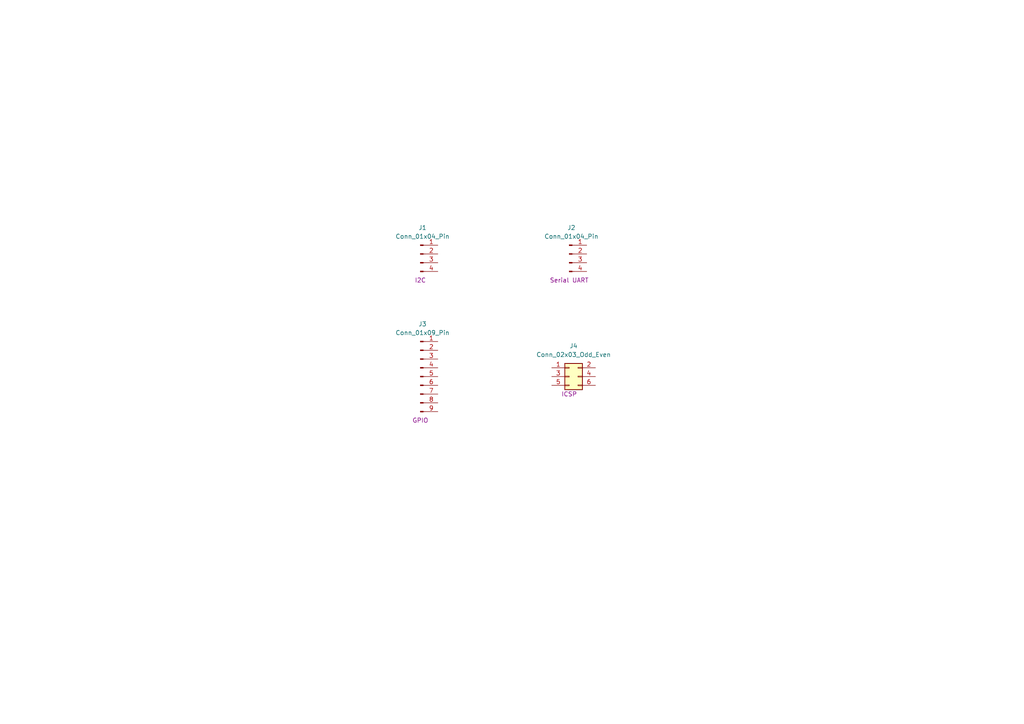
<source format=kicad_sch>
(kicad_sch (version 20230121) (generator eeschema)
  (paper "A4")
  (lib_symbols
    (symbol "Connector:Conn_01x04_Pin" (pin_names (offset 1.016) hide)
      (property "Reference" "J" (at 0 5.08 0))
      (property "Value" "Conn_01x04_Pin" (at 0 -7.62 0))
      (symbol "Conn_01x04_Pin_1_1"
        (polyline (pts (xy 1.27 -5.08) (xy 0.8636 -5.08)) (stroke (width 0.1524)))
        (polyline (pts (xy 1.27 -2.54) (xy 0.8636 -2.54)) (stroke (width 0.1524)))
        (polyline (pts (xy 1.27 0) (xy 0.8636 0)) (stroke (width 0.1524)))
        (polyline (pts (xy 1.27 2.54) (xy 0.8636 2.54)) (stroke (width 0.1524)))
        (rectangle (start 0.8636 -4.953) (end 0 -5.207) (stroke (width 0.1524)) (fill (type outline)))
        (rectangle (start 0.8636 -2.413) (end 0 -2.667) (stroke (width 0.1524)) (fill (type outline)))
        (rectangle (start 0.8636 0.127) (end 0 -0.127) (stroke (width 0.1524)) (fill (type outline)))
        (rectangle (start 0.8636 2.667) (end 0 2.413) (stroke (width 0.1524)) (fill (type outline)))
        (pin passive line (at 5.08 2.54 180) (length 3.81) (name "Pin_1") (number "1"))
        (pin passive line (at 5.08 0 180) (length 3.81) (name "Pin_2") (number "2"))
        (pin passive line (at 5.08 -2.54 180) (length 3.81) (name "Pin_3") (number "3"))
        (pin passive line (at 5.08 -5.08 180) (length 3.81) (name "Pin_4") (number "4"))
      )
    )
    (symbol "Connector:Conn_01x09_Pin" (pin_names (offset 1.016) hide)
      (property "Reference" "J" (at 0 12.7 0))
      (property "Value" "Conn_01x09_Pin" (at 0 -12.7 0))
      (symbol "Conn_01x09_Pin_1_1"
        (polyline (pts (xy 1.27 -10.16) (xy 0.8636 -10.16)) (stroke (width 0.1524)))
        (polyline (pts (xy 1.27 -7.62) (xy 0.8636 -7.62)) (stroke (width 0.1524)))
        (polyline (pts (xy 1.27 -5.08) (xy 0.8636 -5.08)) (stroke (width 0.1524)))
        (polyline (pts (xy 1.27 -2.54) (xy 0.8636 -2.54)) (stroke (width 0.1524)))
        (polyline (pts (xy 1.27 0) (xy 0.8636 0)) (stroke (width 0.1524)))
        (polyline (pts (xy 1.27 2.54) (xy 0.8636 2.54)) (stroke (width 0.1524)))
        (polyline (pts (xy 1.27 5.08) (xy 0.8636 5.08)) (stroke (width 0.1524)))
        (polyline (pts (xy 1.27 7.62) (xy 0.8636 7.62)) (stroke (width 0.1524)))
        (polyline (pts (xy 1.27 10.16) (xy 0.8636 10.16)) (stroke (width 0.1524)))
        (rectangle (start 0.8636 -10.033) (end 0 -10.287) (stroke (width 0.1524)) (fill (type outline)))
        (rectangle (start 0.8636 -7.493) (end 0 -7.747) (stroke (width 0.1524)) (fill (type outline)))
        (rectangle (start 0.8636 -4.953) (end 0 -5.207) (stroke (width 0.1524)) (fill (type outline)))
        (rectangle (start 0.8636 -2.413) (end 0 -2.667) (stroke (width 0.1524)) (fill (type outline)))
        (rectangle (start 0.8636 0.127) (end 0 -0.127) (stroke (width 0.1524)) (fill (type outline)))
        (rectangle (start 0.8636 2.667) (end 0 2.413) (stroke (width 0.1524)) (fill (type outline)))
        (rectangle (start 0.8636 5.207) (end 0 4.953) (stroke (width 0.1524)) (fill (type outline)))
        (rectangle (start 0.8636 7.747) (end 0 7.493) (stroke (width 0.1524)) (fill (type outline)))
        (rectangle (start 0.8636 10.287) (end 0 10.033) (stroke (width 0.1524)) (fill (type outline)))
        (pin passive line (at 5.08 10.16 180) (length 3.81) (name "Pin_1") (number "1"))
        (pin passive line (at 5.08 7.62 180) (length 3.81) (name "Pin_2") (number "2"))
        (pin passive line (at 5.08 5.08 180) (length 3.81) (name "Pin_3") (number "3"))
        (pin passive line (at 5.08 2.54 180) (length 3.81) (name "Pin_4") (number "4"))
        (pin passive line (at 5.08 0 180) (length 3.81) (name "Pin_5") (number "5"))
        (pin passive line (at 5.08 -2.54 180) (length 3.81) (name "Pin_6") (number "6"))
        (pin passive line (at 5.08 -5.08 180) (length 3.81) (name "Pin_7") (number "7"))
        (pin passive line (at 5.08 -7.62 180) (length 3.81) (name "Pin_8") (number "8"))
        (pin passive line (at 5.08 -10.16 180) (length 3.81) (name "Pin_9") (number "9"))
      )
    )
    (symbol "Connector_Generic:Conn_02x03_Odd_Even" (pin_names (offset 1.016) hide)
      (property "Reference" "J" (at 1.27 5.08 0))
      (property "Value" "Conn_02x03_Odd_Even" (at 1.27 -5.08 0))
      (symbol "Conn_02x03_Odd_Even_1_1"
        (rectangle (start -1.27 -2.413) (end 0 -2.667) (stroke (width 0.1524)))
        (rectangle (start -1.27 0.127) (end 0 -0.127) (stroke (width 0.1524)))
        (rectangle (start -1.27 2.667) (end 0 2.413) (stroke (width 0.1524)))
        (rectangle (start -1.27 3.81) (end 3.81 -3.81) (stroke (width 0.254)) (fill (type background)))
        (rectangle (start 3.81 -2.413) (end 2.54 -2.667) (stroke (width 0.1524)))
        (rectangle (start 3.81 0.127) (end 2.54 -0.127) (stroke (width 0.1524)))
        (rectangle (start 3.81 2.667) (end 2.54 2.413) (stroke (width 0.1524)))
        (pin passive line (at -5.08 2.54 0) (length 3.81) (name "Pin_1") (number "1"))
        (pin passive line (at 7.62 2.54 180) (length 3.81) (name "Pin_2") (number "2"))
        (pin passive line (at -5.08 0 0) (length 3.81) (name "Pin_3") (number "3"))
        (pin passive line (at 7.62 0 180) (length 3.81) (name "Pin_4") (number "4"))
        (pin passive line (at -5.08 -2.54 0) (length 3.81) (name "Pin_5") (number "5"))
        (pin passive line (at 7.62 -2.54 180) (length 3.81) (name "Pin_6") (number "6"))
      )
    )
  )
  (symbol (lib_id "Connector:Conn_01x04_Pin") (at 121.92 73.66 0) (unit 1)
    (property "Reference" "J1" (at 122.555 66.04 0))
    (property "Value" "Conn_01x04_Pin" (at 122.555 68.58 0))
    (property "Footprint" "Connector_PinHeader_2.54mm:PinHeader_1x04_P2.54mm_Vertical" (effects hide))
    (property "Purpose" "I2C" (at 121.92 81.28 0))
  )
  (symbol (lib_id "Connector:Conn_01x09_Pin") (at 121.92 109.22 0) (unit 1)
    (property "Reference" "J3" (at 122.555 93.98 0))
    (property "Value" "Conn_01x09_Pin" (at 122.555 96.52 0))
    (property "Footprint" "Connector_PinHeader_2.54mm:PinHeader_1x09_P2.54mm_Vertical" (effects hide))
    (property "Purpose" "GPIO" (at 121.92 121.92 0))
  )
  (symbol (lib_id "Connector_Generic:Conn_02x03_Odd_Even") (at 165.1 109.22 0) (unit 1)
    (property "Reference" "J4" (at 166.37 100.33 0))
    (property "Value" "Conn_02x03_Odd_Even" (at 166.37 102.87 0))
    (property "Footprint" "Connector_PinHeader_2.54mm:PinHeader_2x03_P2.54mm_Vertical" (effects hide))
    (property "Purpose" "ICSP" (at 165.1 114.3 0))
  )
  (symbol (lib_id "Connector:Conn_01x04_Pin") (at 165.1 73.66 0) (unit 1)
    (property "Reference" "J2" (at 165.735 66.04 0))
    (property "Value" "Conn_01x04_Pin" (at 165.735 68.58 0))
    (property "Footprint" "Connector_PinHeader_2.54mm:PinHeader_1x04_P2.54mm_Vertical" (effects hide))
    (property "Purpose" "Serial UART" (at 165.1 81.28 0))
  )
)
</source>
